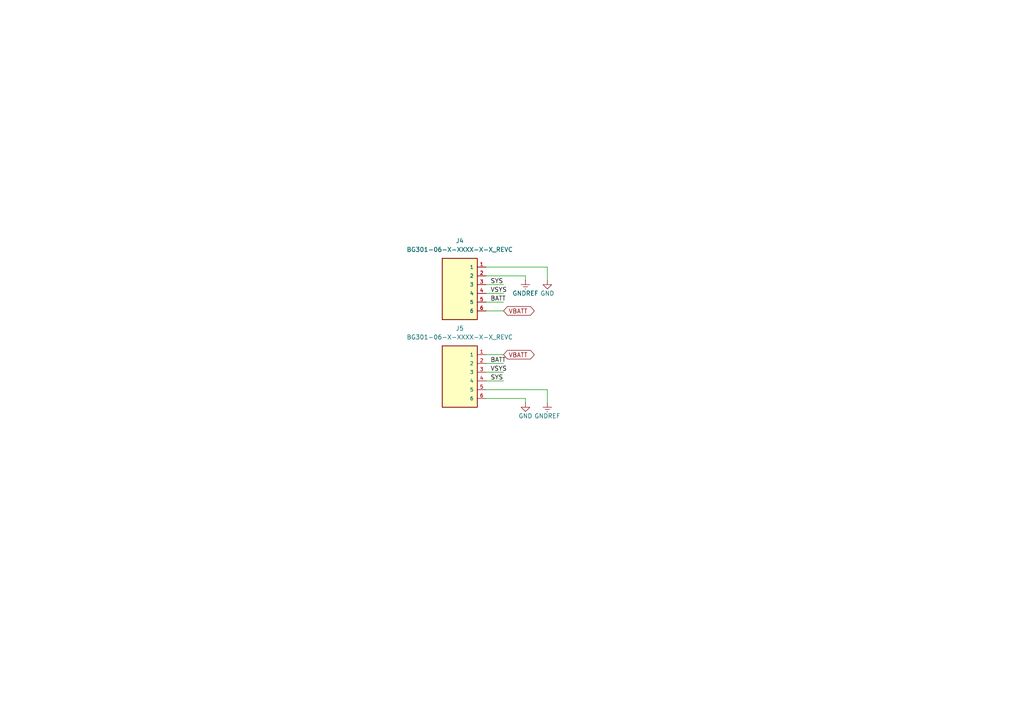
<source format=kicad_sch>
(kicad_sch (version 20231120) (generator "eeschema") (generator_version "8.0")
  (paper "A4")
  (lib_symbols
    (symbol "Argus-Connectors:BG301-06-X-XXXX-X-X_REVC" (pin_names (offset 1.016))
      (property "Reference" "J" (at -5.0861 8.1377 0))
      (property "Value" "BG301-06-X-XXXX-X-X_REVC" (at -5.0814 -12.7035 0))
      (symbol "BG301-06-X-XXXX-X-X_REVC_0_0"
        (rectangle (start -5.08 -10.16) (end 5.08 7.62) (stroke (width 0.254)) (fill (type background)))
        (pin passive line (at -7.62 5.08 0) (length 2.54) (name "1") (number "1"))
        (pin passive line (at -7.62 2.54 0) (length 2.54) (name "2") (number "2"))
        (pin passive line (at -7.62 0 0) (length 2.54) (name "3") (number "3"))
        (pin passive line (at -7.62 -2.54 0) (length 2.54) (name "4") (number "4"))
        (pin passive line (at -7.62 -5.08 0) (length 2.54) (name "5") (number "5"))
        (pin passive line (at -7.62 -7.62 0) (length 2.54) (name "6") (number "6"))
      )
    )
    (symbol "power:GND" (power) (pin_numbers hide) (pin_names (offset 0) hide)
      (property "Value" "GND" (at 0 -3.81 0))
      (symbol "GND_0_1"
        (polyline (pts (xy 0 0) (xy 0 -1.27) (xy 1.27 -1.27) (xy 0 -2.54) (xy -1.27 -1.27) (xy 0 -1.27)))
      )
      (symbol "GND_1_1"
        (pin power_in line (at 0 0 270) (length 0) (name "~") (number "1"))
      )
    )
    (symbol "power:GNDREF" (power) (pin_numbers hide) (pin_names (offset 0) hide)
      (property "Value" "GNDREF" (at 0 -3.81 0))
      (symbol "GNDREF_0_1"
        (polyline (pts (xy -0.635 -1.905) (xy 0.635 -1.905)))
        (polyline (pts (xy -0.127 -2.54) (xy 0.127 -2.54)))
        (polyline (pts (xy 0 -1.27) (xy 0 0)))
        (polyline (pts (xy 1.27 -1.27) (xy -1.27 -1.27)))
      )
      (symbol "GNDREF_1_1"
        (pin power_in line (at 0 0 270) (length 0) (name "~") (number "1"))
      )
    )
  )
  (wire (pts (xy 152.4 80.01) (xy 152.4 81.28)))
  (wire (pts (xy 158.75 81.28) (xy 158.75 77.47)))
  (wire (pts (xy 152.4 116.84) (xy 152.4 115.57)))
  (wire (pts (xy 140.97 90.17) (xy 146.05 90.17)))
  (wire (pts (xy 140.97 105.41) (xy 146.05 105.41)))
  (wire (pts (xy 158.75 77.47) (xy 140.97 77.47)))
  (wire (pts (xy 140.97 87.63) (xy 146.05 87.63)))
  (wire (pts (xy 140.97 85.09) (xy 146.05 85.09)))
  (wire (pts (xy 140.97 113.03) (xy 158.75 113.03)))
  (wire (pts (xy 140.97 110.49) (xy 146.05 110.49)))
  (wire (pts (xy 152.4 115.57) (xy 140.97 115.57)))
  (wire (pts (xy 140.97 102.87) (xy 146.05 102.87)))
  (wire (pts (xy 140.97 82.55) (xy 146.05 82.55)))
  (wire (pts (xy 158.75 113.03) (xy 158.75 116.84)))
  (wire (pts (xy 140.97 107.95) (xy 146.05 107.95)))
  (wire (pts (xy 140.97 80.01) (xy 152.4 80.01)))
  (label "BATT" (at 142.24 87.63 0))
  (label "VSYS" (at 142.24 85.09 0))
  (label "BATT" (at 142.24 105.41 0))
  (label "SYS" (at 142.24 110.49 0))
  (label "VSYS" (at 142.24 107.95 0))
  (label "SYS" (at 142.24 82.55 0))
  (global_label "VBATT" (shape bidirectional) (at 146.05 90.17 0) (property "Intersheetrefs" "${INTERSHEET_REFS}" (effects (hide yes))))
  (global_label "VBATT" (shape bidirectional) (at 146.05 102.87 0) (property "Intersheetrefs" "${INTERSHEET_REFS}" (effects (hide yes))))
  (symbol (lib_id "Argus-Connectors:BG301-06-X-XXXX-X-X_REVC") (at 133.35 107.95 0) (mirror y) (unit 1)
    (property "Reference" "J5" (at 133.35 95.25 0))
    (property "Value" "BG301-06-X-XXXX-X-X_REVC" (at 133.35 97.79 0))
    (property "Footprint" "Argus-Connectors:GCT_BG301-06-X-XXXX-X-X_REVC" (effects (hide yes)))
    (property "DigiKey_Part_Number" "2073-BG301-06-A-0540-L-BTR-ND" (effects (hide yes)))
    (property "SnapEDA_Link" "https://www.snapeda.com/parts/BG301-06-A-0540-L-B/Global+Connector+Technology/view-part/?ref=snap" (effects (hide yes)))
    (property "Description_1" "\n                        \n                            Connector Header Surface Mount, Right Angle 6 position 0.100 (2.54mm)\n                        \n" (effects (hide yes)))
    (property "Package" "None" (effects (hide yes)))
    (property "Check_prices" "https://www.snapeda.com/parts/BG301-06-A-0540-L-B/Global+Connector+Technology/view-part/?ref=eda" (effects (hide yes)))
    (property "MF" "Global Connector Technology" (effects (hide yes)))
    (property "MP" "BG301-06-A-0540-L-B" (effects (hide yes)))
    (property "MANUFACTURER" "GCT" (effects (hide yes)))
  )
  (symbol (lib_id "Argus-Connectors:BG301-06-X-XXXX-X-X_REVC") (at 133.35 82.55 0) (mirror y) (unit 1)
    (property "Reference" "J4" (at 133.35 69.85 0))
    (property "Value" "BG301-06-X-XXXX-X-X_REVC" (at 133.35 72.39 0))
    (property "Footprint" "Argus-Connectors:GCT_BG301-06-X-XXXX-X-X_REVC" (effects (hide yes)))
    (property "DigiKey_Part_Number" "2073-BG301-06-A-0540-L-BTR-ND" (effects (hide yes)))
    (property "SnapEDA_Link" "https://www.snapeda.com/parts/BG301-06-A-0540-L-B/Global+Connector+Technology/view-part/?ref=snap" (effects (hide yes)))
    (property "Description_1" "\n                        \n                            Connector Header Surface Mount, Right Angle 6 position 0.100 (2.54mm)\n                        \n" (effects (hide yes)))
    (property "Package" "None" (effects (hide yes)))
    (property "Check_prices" "https://www.snapeda.com/parts/BG301-06-A-0540-L-B/Global+Connector+Technology/view-part/?ref=eda" (effects (hide yes)))
    (property "MF" "Global Connector Technology" (effects (hide yes)))
    (property "MP" "BG301-06-A-0540-L-B" (effects (hide yes)))
    (property "MANUFACTURER" "GCT" (effects (hide yes)))
  )
  (symbol (lib_id "power:GNDREF") (at 158.75 116.84 0) (mirror y) (unit 1)
    (property "Reference" "#PWR06" (effects (hide yes)))
    (property "Value" "GNDREF" (at 158.75 120.65 0))
    (property "Description" "Power symbol creates a global label with name \"GNDREF\" , reference supply ground" (effects (hide yes)))
  )
  (symbol (lib_id "power:GNDREF") (at 152.4 81.28 0) (unit 1)
    (property "Reference" "#PWR07" (effects (hide yes)))
    (property "Value" "GNDREF" (at 152.4 85.09 0))
    (property "Description" "Power symbol creates a global label with name \"GNDREF\" , reference supply ground" (effects (hide yes)))
  )
  (symbol (lib_id "power:GND") (at 152.4 116.84 0) (unit 1)
    (property "Reference" "#PWR08" (effects (hide yes)))
    (property "Value" "GND" (at 152.4 120.65 0))
    (property "Description" "Power symbol creates a global label with name \"GND\" , ground" (effects (hide yes)))
  )
  (symbol (lib_id "power:GND") (at 158.75 81.28 0) (mirror y) (unit 1)
    (property "Reference" "#PWR05" (effects (hide yes)))
    (property "Value" "GND" (at 158.75 85.09 0))
    (property "Description" "Power symbol creates a global label with name \"GND\" , ground" (effects (hide yes)))
  )
)
</source>
